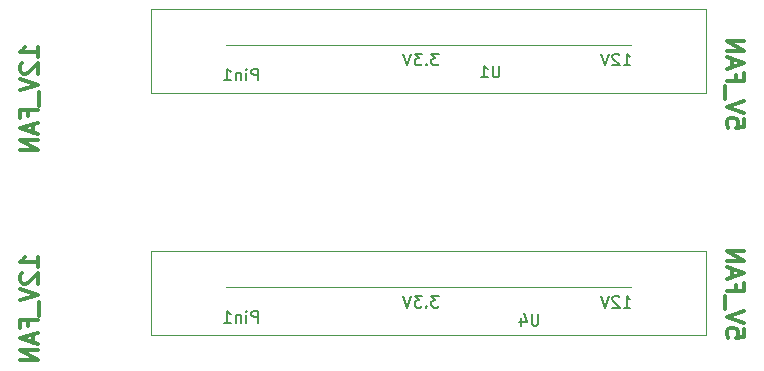
<source format=gbr>
%TF.GenerationSoftware,KiCad,Pcbnew,(5.1.10)-1*%
%TF.CreationDate,2021-07-20T23:53:59+08:00*%
%TF.ProjectId,2.5_SAS_Backend,322e355f-5341-4535-9f42-61636b656e64,rev?*%
%TF.SameCoordinates,Original*%
%TF.FileFunction,Legend,Bot*%
%TF.FilePolarity,Positive*%
%FSLAX46Y46*%
G04 Gerber Fmt 4.6, Leading zero omitted, Abs format (unit mm)*
G04 Created by KiCad (PCBNEW (5.1.10)-1) date 2021-07-20 23:53:59*
%MOMM*%
%LPD*%
G01*
G04 APERTURE LIST*
%ADD10C,0.300000*%
%ADD11C,0.120000*%
%ADD12C,0.150000*%
G04 APERTURE END LIST*
D10*
X37508571Y-35798571D02*
X37508571Y-34941428D01*
X37508571Y-35370000D02*
X36008571Y-35370000D01*
X36222857Y-35227142D01*
X36365714Y-35084285D01*
X36437142Y-34941428D01*
X36151428Y-36370000D02*
X36080000Y-36441428D01*
X36008571Y-36584285D01*
X36008571Y-36941428D01*
X36080000Y-37084285D01*
X36151428Y-37155714D01*
X36294285Y-37227142D01*
X36437142Y-37227142D01*
X36651428Y-37155714D01*
X37508571Y-36298571D01*
X37508571Y-37227142D01*
X36008571Y-37655714D02*
X37508571Y-38155714D01*
X36008571Y-38655714D01*
X37651428Y-38798571D02*
X37651428Y-39941428D01*
X36722857Y-40798571D02*
X36722857Y-40298571D01*
X37508571Y-40298571D02*
X36008571Y-40298571D01*
X36008571Y-41012857D01*
X37080000Y-41512857D02*
X37080000Y-42227142D01*
X37508571Y-41370000D02*
X36008571Y-41870000D01*
X37508571Y-42370000D01*
X37508571Y-42870000D02*
X36008571Y-42870000D01*
X37508571Y-43727142D01*
X36008571Y-43727142D01*
X37508571Y-53578571D02*
X37508571Y-52721428D01*
X37508571Y-53150000D02*
X36008571Y-53150000D01*
X36222857Y-53007142D01*
X36365714Y-52864285D01*
X36437142Y-52721428D01*
X36151428Y-54150000D02*
X36080000Y-54221428D01*
X36008571Y-54364285D01*
X36008571Y-54721428D01*
X36080000Y-54864285D01*
X36151428Y-54935714D01*
X36294285Y-55007142D01*
X36437142Y-55007142D01*
X36651428Y-54935714D01*
X37508571Y-54078571D01*
X37508571Y-55007142D01*
X36008571Y-55435714D02*
X37508571Y-55935714D01*
X36008571Y-56435714D01*
X37651428Y-56578571D02*
X37651428Y-57721428D01*
X36722857Y-58578571D02*
X36722857Y-58078571D01*
X37508571Y-58078571D02*
X36008571Y-58078571D01*
X36008571Y-58792857D01*
X37080000Y-59292857D02*
X37080000Y-60007142D01*
X37508571Y-59150000D02*
X36008571Y-59650000D01*
X37508571Y-60150000D01*
X37508571Y-60650000D02*
X36008571Y-60650000D01*
X37508571Y-61507142D01*
X36008571Y-61507142D01*
X97341428Y-58808571D02*
X97341428Y-59522857D01*
X96627142Y-59594285D01*
X96698571Y-59522857D01*
X96770000Y-59380000D01*
X96770000Y-59022857D01*
X96698571Y-58880000D01*
X96627142Y-58808571D01*
X96484285Y-58737142D01*
X96127142Y-58737142D01*
X95984285Y-58808571D01*
X95912857Y-58880000D01*
X95841428Y-59022857D01*
X95841428Y-59380000D01*
X95912857Y-59522857D01*
X95984285Y-59594285D01*
X97341428Y-58308571D02*
X95841428Y-57808571D01*
X97341428Y-57308571D01*
X95698571Y-57165714D02*
X95698571Y-56022857D01*
X96627142Y-55165714D02*
X96627142Y-55665714D01*
X95841428Y-55665714D02*
X97341428Y-55665714D01*
X97341428Y-54951428D01*
X96270000Y-54451428D02*
X96270000Y-53737142D01*
X95841428Y-54594285D02*
X97341428Y-54094285D01*
X95841428Y-53594285D01*
X95841428Y-53094285D02*
X97341428Y-53094285D01*
X95841428Y-52237142D01*
X97341428Y-52237142D01*
X97341428Y-41028571D02*
X97341428Y-41742857D01*
X96627142Y-41814285D01*
X96698571Y-41742857D01*
X96770000Y-41600000D01*
X96770000Y-41242857D01*
X96698571Y-41100000D01*
X96627142Y-41028571D01*
X96484285Y-40957142D01*
X96127142Y-40957142D01*
X95984285Y-41028571D01*
X95912857Y-41100000D01*
X95841428Y-41242857D01*
X95841428Y-41600000D01*
X95912857Y-41742857D01*
X95984285Y-41814285D01*
X97341428Y-40528571D02*
X95841428Y-40028571D01*
X97341428Y-39528571D01*
X95698571Y-39385714D02*
X95698571Y-38242857D01*
X96627142Y-37385714D02*
X96627142Y-37885714D01*
X95841428Y-37885714D02*
X97341428Y-37885714D01*
X97341428Y-37171428D01*
X96270000Y-36671428D02*
X96270000Y-35957142D01*
X95841428Y-36814285D02*
X97341428Y-36314285D01*
X95841428Y-35814285D01*
X95841428Y-35314285D02*
X97341428Y-35314285D01*
X95841428Y-34457142D01*
X97341428Y-34457142D01*
D11*
%TO.C,U1*%
X87770000Y-34810000D02*
X53480000Y-34810000D01*
X94120000Y-31762000D02*
X94120000Y-32270000D01*
X47130000Y-31762000D02*
X94120000Y-31762000D01*
X47130000Y-38874000D02*
X47130000Y-31762000D01*
X94120000Y-38874000D02*
X47130000Y-38874000D01*
X94120000Y-37350000D02*
X94120000Y-38874000D01*
X94120000Y-32270000D02*
X94120000Y-37350000D01*
%TO.C,U4*%
X87770000Y-55310000D02*
X53480000Y-55310000D01*
X94120000Y-52262000D02*
X94120000Y-52770000D01*
X47130000Y-52262000D02*
X94120000Y-52262000D01*
X47130000Y-59374000D02*
X47130000Y-52262000D01*
X94120000Y-59374000D02*
X47130000Y-59374000D01*
X94120000Y-57850000D02*
X94120000Y-59374000D01*
X94120000Y-52770000D02*
X94120000Y-57850000D01*
%TO.C,U1*%
D12*
X76593904Y-36548380D02*
X76593904Y-37357904D01*
X76546285Y-37453142D01*
X76498666Y-37500761D01*
X76403428Y-37548380D01*
X76212952Y-37548380D01*
X76117714Y-37500761D01*
X76070095Y-37453142D01*
X76022476Y-37357904D01*
X76022476Y-36548380D01*
X75022476Y-37548380D02*
X75593904Y-37548380D01*
X75308190Y-37548380D02*
X75308190Y-36548380D01*
X75403428Y-36691238D01*
X75498666Y-36786476D01*
X75593904Y-36834095D01*
X87119047Y-36532380D02*
X87690476Y-36532380D01*
X87404761Y-36532380D02*
X87404761Y-35532380D01*
X87500000Y-35675238D01*
X87595238Y-35770476D01*
X87690476Y-35818095D01*
X86738095Y-35627619D02*
X86690476Y-35580000D01*
X86595238Y-35532380D01*
X86357142Y-35532380D01*
X86261904Y-35580000D01*
X86214285Y-35627619D01*
X86166666Y-35722857D01*
X86166666Y-35818095D01*
X86214285Y-35960952D01*
X86785714Y-36532380D01*
X86166666Y-36532380D01*
X85880952Y-35532380D02*
X85547619Y-36532380D01*
X85214285Y-35532380D01*
X71466190Y-35532380D02*
X70847142Y-35532380D01*
X71180476Y-35913333D01*
X71037619Y-35913333D01*
X70942380Y-35960952D01*
X70894761Y-36008571D01*
X70847142Y-36103809D01*
X70847142Y-36341904D01*
X70894761Y-36437142D01*
X70942380Y-36484761D01*
X71037619Y-36532380D01*
X71323333Y-36532380D01*
X71418571Y-36484761D01*
X71466190Y-36437142D01*
X70418571Y-36437142D02*
X70370952Y-36484761D01*
X70418571Y-36532380D01*
X70466190Y-36484761D01*
X70418571Y-36437142D01*
X70418571Y-36532380D01*
X70037619Y-35532380D02*
X69418571Y-35532380D01*
X69751904Y-35913333D01*
X69609047Y-35913333D01*
X69513809Y-35960952D01*
X69466190Y-36008571D01*
X69418571Y-36103809D01*
X69418571Y-36341904D01*
X69466190Y-36437142D01*
X69513809Y-36484761D01*
X69609047Y-36532380D01*
X69894761Y-36532380D01*
X69990000Y-36484761D01*
X70037619Y-36437142D01*
X69132857Y-35532380D02*
X68799523Y-36532380D01*
X68466190Y-35532380D01*
X56178571Y-37802380D02*
X56178571Y-36802380D01*
X55797619Y-36802380D01*
X55702380Y-36850000D01*
X55654761Y-36897619D01*
X55607142Y-36992857D01*
X55607142Y-37135714D01*
X55654761Y-37230952D01*
X55702380Y-37278571D01*
X55797619Y-37326190D01*
X56178571Y-37326190D01*
X55178571Y-37802380D02*
X55178571Y-37135714D01*
X55178571Y-36802380D02*
X55226190Y-36850000D01*
X55178571Y-36897619D01*
X55130952Y-36850000D01*
X55178571Y-36802380D01*
X55178571Y-36897619D01*
X54702380Y-37135714D02*
X54702380Y-37802380D01*
X54702380Y-37230952D02*
X54654761Y-37183333D01*
X54559523Y-37135714D01*
X54416666Y-37135714D01*
X54321428Y-37183333D01*
X54273809Y-37278571D01*
X54273809Y-37802380D01*
X53273809Y-37802380D02*
X53845238Y-37802380D01*
X53559523Y-37802380D02*
X53559523Y-36802380D01*
X53654761Y-36945238D01*
X53750000Y-37040476D01*
X53845238Y-37088095D01*
%TO.C,U4*%
X79895904Y-57556380D02*
X79895904Y-58365904D01*
X79848285Y-58461142D01*
X79800666Y-58508761D01*
X79705428Y-58556380D01*
X79514952Y-58556380D01*
X79419714Y-58508761D01*
X79372095Y-58461142D01*
X79324476Y-58365904D01*
X79324476Y-57556380D01*
X78419714Y-57889714D02*
X78419714Y-58556380D01*
X78657809Y-57508761D02*
X78895904Y-58223047D01*
X78276857Y-58223047D01*
X87119047Y-57032380D02*
X87690476Y-57032380D01*
X87404761Y-57032380D02*
X87404761Y-56032380D01*
X87500000Y-56175238D01*
X87595238Y-56270476D01*
X87690476Y-56318095D01*
X86738095Y-56127619D02*
X86690476Y-56080000D01*
X86595238Y-56032380D01*
X86357142Y-56032380D01*
X86261904Y-56080000D01*
X86214285Y-56127619D01*
X86166666Y-56222857D01*
X86166666Y-56318095D01*
X86214285Y-56460952D01*
X86785714Y-57032380D01*
X86166666Y-57032380D01*
X85880952Y-56032380D02*
X85547619Y-57032380D01*
X85214285Y-56032380D01*
X71466190Y-56032380D02*
X70847142Y-56032380D01*
X71180476Y-56413333D01*
X71037619Y-56413333D01*
X70942380Y-56460952D01*
X70894761Y-56508571D01*
X70847142Y-56603809D01*
X70847142Y-56841904D01*
X70894761Y-56937142D01*
X70942380Y-56984761D01*
X71037619Y-57032380D01*
X71323333Y-57032380D01*
X71418571Y-56984761D01*
X71466190Y-56937142D01*
X70418571Y-56937142D02*
X70370952Y-56984761D01*
X70418571Y-57032380D01*
X70466190Y-56984761D01*
X70418571Y-56937142D01*
X70418571Y-57032380D01*
X70037619Y-56032380D02*
X69418571Y-56032380D01*
X69751904Y-56413333D01*
X69609047Y-56413333D01*
X69513809Y-56460952D01*
X69466190Y-56508571D01*
X69418571Y-56603809D01*
X69418571Y-56841904D01*
X69466190Y-56937142D01*
X69513809Y-56984761D01*
X69609047Y-57032380D01*
X69894761Y-57032380D01*
X69990000Y-56984761D01*
X70037619Y-56937142D01*
X69132857Y-56032380D02*
X68799523Y-57032380D01*
X68466190Y-56032380D01*
X56178571Y-58302380D02*
X56178571Y-57302380D01*
X55797619Y-57302380D01*
X55702380Y-57350000D01*
X55654761Y-57397619D01*
X55607142Y-57492857D01*
X55607142Y-57635714D01*
X55654761Y-57730952D01*
X55702380Y-57778571D01*
X55797619Y-57826190D01*
X56178571Y-57826190D01*
X55178571Y-58302380D02*
X55178571Y-57635714D01*
X55178571Y-57302380D02*
X55226190Y-57350000D01*
X55178571Y-57397619D01*
X55130952Y-57350000D01*
X55178571Y-57302380D01*
X55178571Y-57397619D01*
X54702380Y-57635714D02*
X54702380Y-58302380D01*
X54702380Y-57730952D02*
X54654761Y-57683333D01*
X54559523Y-57635714D01*
X54416666Y-57635714D01*
X54321428Y-57683333D01*
X54273809Y-57778571D01*
X54273809Y-58302380D01*
X53273809Y-58302380D02*
X53845238Y-58302380D01*
X53559523Y-58302380D02*
X53559523Y-57302380D01*
X53654761Y-57445238D01*
X53750000Y-57540476D01*
X53845238Y-57588095D01*
%TD*%
M02*

</source>
